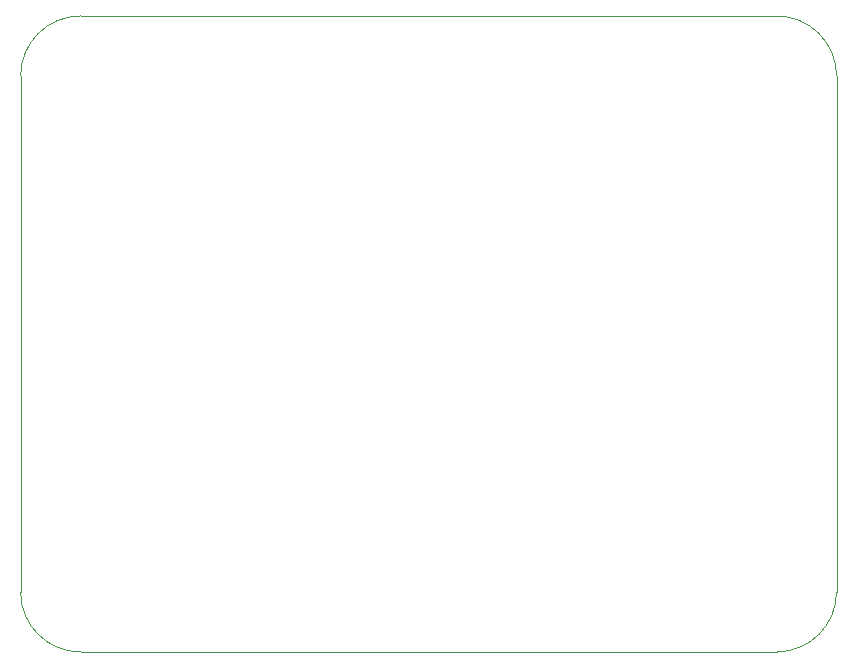
<source format=gbr>
%TF.GenerationSoftware,Altium Limited,Altium Designer,22.10.1 (41)*%
G04 Layer_Color=0*
%FSLAX45Y45*%
%MOMM*%
%TF.SameCoordinates,C9E4A285-3493-4599-8121-F693CE24ADE7*%
%TF.FilePolarity,Positive*%
%TF.FileFunction,Profile,NP*%
%TF.Part,Single*%
G01*
G75*
%TA.AperFunction,Profile*%
%ADD57C,0.02540*%
D57*
X508000D02*
G02*
X0Y508000I0J508000D01*
G01*
Y4876800D01*
D02*
G02*
X508000Y5384800I508000J0D01*
G01*
X6400800D01*
D02*
G02*
X6908800Y4876800I0J-508000D01*
G01*
Y508000D01*
D02*
G02*
X6400800Y0I-508000J0D01*
G01*
X508000D01*
%TF.MD5,a444b65f85449c9bf74f97a195b61ab8*%
M02*

</source>
